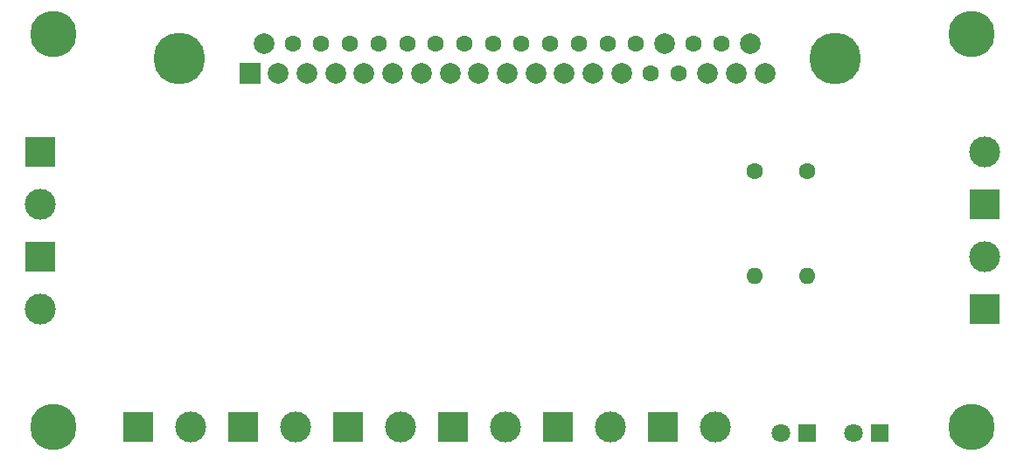
<source format=gbr>
%TF.GenerationSoftware,KiCad,Pcbnew,(6.0.7)*%
%TF.CreationDate,2022-09-12T17:06:16+03:00*%
%TF.ProjectId,io-breakout,696f2d62-7265-4616-9b6f-75742e6b6963,rev?*%
%TF.SameCoordinates,Original*%
%TF.FileFunction,Soldermask,Top*%
%TF.FilePolarity,Negative*%
%FSLAX46Y46*%
G04 Gerber Fmt 4.6, Leading zero omitted, Abs format (unit mm)*
G04 Created by KiCad (PCBNEW (6.0.7)) date 2022-09-12 17:06:16*
%MOMM*%
%LPD*%
G01*
G04 APERTURE LIST*
%ADD10R,3.000000X3.000000*%
%ADD11C,3.000000*%
%ADD12C,4.500000*%
%ADD13C,1.600000*%
%ADD14C,2.000000*%
%ADD15C,5.000000*%
%ADD16R,2.000000X2.000000*%
%ADD17O,1.600000X1.600000*%
%ADD18R,1.800000X1.800000*%
%ADD19C,1.800000*%
G04 APERTURE END LIST*
D10*
%TO.C,J3*%
X118745000Y-107950000D03*
D11*
X123825000Y-107950000D03*
%TD*%
D10*
%TO.C,J10*%
X88900000Y-81280000D03*
D11*
X88900000Y-86360000D03*
%TD*%
D10*
%TO.C,J2*%
X108585000Y-107950000D03*
D11*
X113665000Y-107950000D03*
%TD*%
D12*
%TO.C,H1*%
X179070000Y-107950000D03*
%TD*%
D13*
%TO.C,J9*%
X146615000Y-70820000D03*
X124455000Y-70820000D03*
D14*
X157695000Y-70820000D03*
D13*
X116145000Y-70820000D03*
X143845000Y-70820000D03*
X121685000Y-70820000D03*
X129995000Y-70820000D03*
X154925000Y-70820000D03*
X113375000Y-70820000D03*
X152155000Y-70820000D03*
X135535000Y-70820000D03*
D14*
X110605000Y-70820000D03*
D13*
X141075000Y-70820000D03*
X132765000Y-70820000D03*
X150770000Y-73660000D03*
X138305000Y-70820000D03*
X127225000Y-70820000D03*
X118915000Y-70820000D03*
X148000000Y-73660000D03*
D15*
X165900000Y-72240000D03*
X102400000Y-72240000D03*
D16*
X109220000Y-73660000D03*
D14*
X111990000Y-73660000D03*
X114760000Y-73660000D03*
X117530000Y-73660000D03*
X120300000Y-73660000D03*
X123070000Y-73660000D03*
X125840000Y-73660000D03*
X128610000Y-73660000D03*
X131380000Y-73660000D03*
X134150000Y-73660000D03*
X136920000Y-73660000D03*
X139690000Y-73660000D03*
X142460000Y-73660000D03*
X145230000Y-73660000D03*
X153540000Y-73660000D03*
X156310000Y-73660000D03*
X159080000Y-73660000D03*
X149385000Y-70820000D03*
%TD*%
D10*
%TO.C,J5*%
X139065000Y-107950000D03*
D11*
X144145000Y-107950000D03*
%TD*%
D10*
%TO.C,J1*%
X98425000Y-107950000D03*
D11*
X103505000Y-107950000D03*
%TD*%
D10*
%TO.C,J11*%
X88900000Y-91440000D03*
D11*
X88900000Y-96520000D03*
%TD*%
D12*
%TO.C,H2*%
X90170000Y-107950000D03*
%TD*%
D10*
%TO.C,J8*%
X180340000Y-86360000D03*
D11*
X180340000Y-81280000D03*
%TD*%
D10*
%TO.C,J7*%
X180340000Y-96520000D03*
D11*
X180340000Y-91440000D03*
%TD*%
D13*
%TO.C,R1*%
X163195000Y-83185000D03*
D17*
X163195000Y-93345000D03*
%TD*%
D12*
%TO.C,H4*%
X179070000Y-69850000D03*
%TD*%
D13*
%TO.C,R2*%
X158115000Y-83185000D03*
D17*
X158115000Y-93345000D03*
%TD*%
D12*
%TO.C,H3*%
X90170000Y-69850000D03*
%TD*%
D18*
%TO.C,D1*%
X170185000Y-108585000D03*
D19*
X167645000Y-108585000D03*
%TD*%
D10*
%TO.C,J6*%
X149225000Y-107950000D03*
D11*
X154305000Y-107950000D03*
%TD*%
D18*
%TO.C,D2*%
X163200000Y-108585000D03*
D19*
X160660000Y-108585000D03*
%TD*%
D10*
%TO.C,J4*%
X128905000Y-107950000D03*
D11*
X133985000Y-107950000D03*
%TD*%
M02*

</source>
